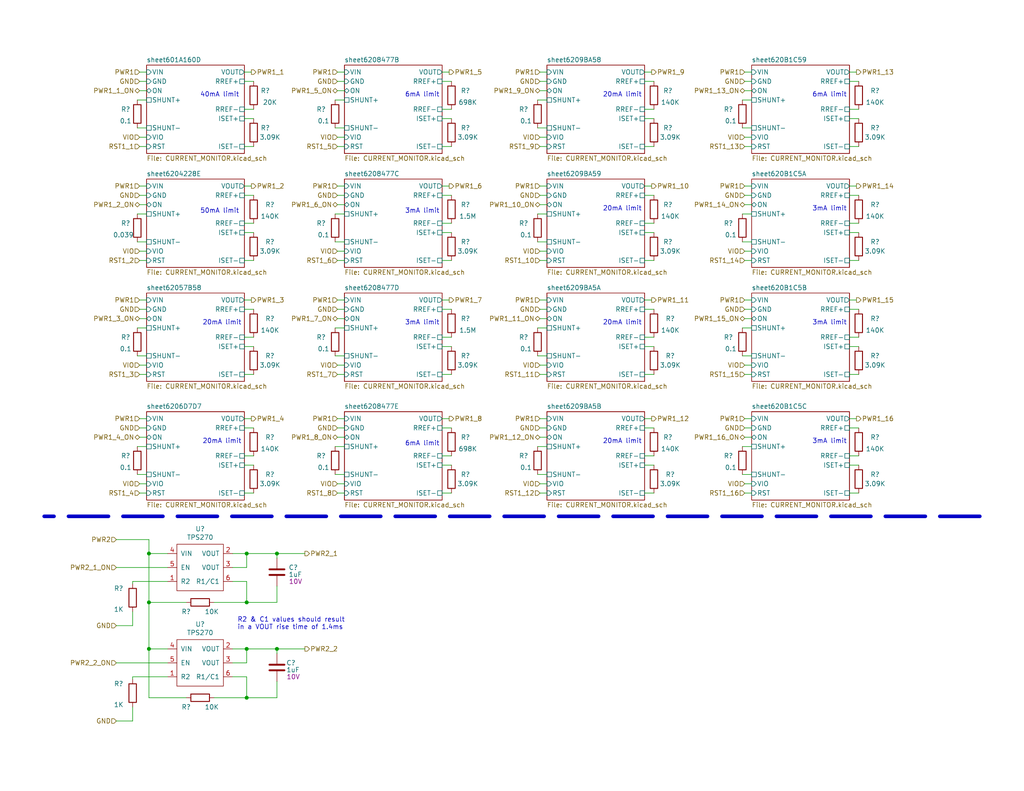
<source format=kicad_sch>
(kicad_sch (version 20231120) (generator "eeschema") (generator_version "8.0")
  (paper "A")
  (title_block (title "All Current Monitors") (date "2020-09-06"))
  (junction (at 40.64 164.465))
  (junction (at 75.565 151.13))
  (junction (at 40.64 151.13))
  (junction (at 67.31 177.165))
  (junction (at 67.31 151.13))
  (junction (at 67.31 164.465))
  (junction (at 40.64 177.165))
  (junction (at 75.565 177.165))
  (junction (at 67.31 190.5))
  (wire (pts (xy 38.1 119.38) (xy 40.005 119.38)))
  (wire (pts (xy 203.2 86.995) (xy 205.105 86.995)))
  (wire (pts (xy 175.895 63.5) (xy 178.435 63.5)))
  (wire (pts (xy 175.895 94.615) (xy 178.435 94.615)))
  (wire (pts (xy 205.105 121.92) (xy 202.565 121.92)))
  (wire (pts (xy 202.565 97.155) (xy 205.105 97.155)))
  (wire (pts (xy 75.565 177.165) (xy 83.185 177.165)))
  (wire (pts (xy 91.44 129.54) (xy 93.98 129.54)))
  (wire (pts (xy 149.225 89.535) (xy 146.685 89.535)))
  (wire (pts (xy 231.775 116.84) (xy 234.315 116.84)))
  (wire (pts (xy 120.65 40.005) (xy 123.19 40.005)))
  (wire (pts (xy 203.2 22.225) (xy 205.105 22.225)))
  (wire (pts (xy 120.65 92.075) (xy 123.19 92.075)))
  (wire (pts (xy 147.32 116.84) (xy 149.225 116.84)))
  (wire (pts (xy 175.895 32.385) (xy 178.435 32.385)))
  (wire (pts (xy 66.675 53.34) (xy 69.215 53.34)))
  (wire (pts (xy 67.31 151.13) (xy 75.565 151.13)))
  (wire (pts (xy 203.2 24.765) (xy 205.105 24.765)))
  (wire (pts (xy 40.64 177.165) (xy 40.64 190.5)))
  (wire (pts (xy 92.075 19.685) (xy 93.98 19.685)))
  (wire (pts (xy 177.8 50.8) (xy 175.895 50.8)))
  (wire (pts (xy 149.225 121.92) (xy 146.685 121.92)))
  (wire (pts (xy 75.565 151.13) (xy 83.185 151.13)))
  (wire (pts (xy 147.32 99.695) (xy 149.225 99.695)))
  (wire (pts (xy 67.31 190.5) (xy 75.565 190.5)))
  (wire (pts (xy 120.65 134.62) (xy 123.19 134.62)))
  (wire (pts (xy 205.105 27.305) (xy 202.565 27.305)))
  (wire (pts (xy 149.225 27.305) (xy 146.685 27.305)))
  (wire (pts (xy 67.31 154.94) (xy 63.5 154.94)))
  (wire (pts (xy 231.775 32.385) (xy 234.315 32.385)))
  (wire (pts (xy 38.1 116.84) (xy 40.005 116.84)))
  (wire (pts (xy 147.32 86.995) (xy 149.225 86.995)))
  (wire (pts (xy 92.075 53.34) (xy 93.98 53.34)))
  (wire (pts (xy 203.2 71.12) (xy 205.105 71.12)))
  (wire (pts (xy 231.775 92.075) (xy 234.315 92.075)))
  (wire (pts (xy 68.58 114.3) (xy 66.675 114.3)))
  (wire (pts (xy 38.1 24.765) (xy 40.005 24.765)))
  (wire (pts (xy 37.465 66.04) (xy 40.005 66.04)))
  (wire (pts (xy 147.32 68.58) (xy 149.225 68.58)))
  (wire (pts (xy 75.565 151.13) (xy 75.565 152.4)))
  (wire (pts (xy 36.195 193.04) (xy 36.195 196.85)))
  (wire (pts (xy 36.195 167.005) (xy 36.195 170.815)))
  (wire (pts (xy 147.32 37.465) (xy 149.225 37.465)))
  (wire (pts (xy 66.675 134.62) (xy 69.215 134.62)))
  (wire (pts (xy 66.675 102.235) (xy 69.215 102.235)))
  (wire (pts (xy 175.895 127) (xy 178.435 127)))
  (wire (pts (xy 38.1 40.005) (xy 40.005 40.005)))
  (wire (pts (xy 175.895 22.225) (xy 178.435 22.225)))
  (wire (pts (xy 120.65 29.845) (xy 123.19 29.845)))
  (wire (pts (xy 92.075 134.62) (xy 93.98 134.62)))
  (wire (pts (xy 203.2 119.38) (xy 205.105 119.38)))
  (wire (pts (xy 68.58 19.685) (xy 66.675 19.685)))
  (wire (pts (xy 67.31 190.5) (xy 67.31 184.785)))
  (wire (pts (xy 231.775 124.46) (xy 234.315 124.46)))
  (wire (pts (xy 120.65 94.615) (xy 123.19 94.615)))
  (wire (pts (xy 38.1 50.8) (xy 40.005 50.8)))
  (wire (pts (xy 92.075 81.915) (xy 93.98 81.915)))
  (wire (pts (xy 40.64 164.465) (xy 50.8 164.465)))
  (wire (pts (xy 40.005 27.305) (xy 37.465 27.305)))
  (wire (pts (xy 36.195 184.785) (xy 45.72 184.785)))
  (wire (pts (xy 147.32 24.765) (xy 149.225 24.765)))
  (wire (pts (xy 40.005 58.42) (xy 37.465 58.42)))
  (wire (pts (xy 175.895 134.62) (xy 178.435 134.62)))
  (wire (pts (xy 203.2 37.465) (xy 205.105 37.465)))
  (wire (pts (xy 175.895 124.46) (xy 178.435 124.46)))
  (wire (pts (xy 175.895 40.005) (xy 178.435 40.005)))
  (wire (pts (xy 202.565 66.04) (xy 205.105 66.04)))
  (wire (pts (xy 203.2 132.08) (xy 205.105 132.08)))
  (wire (pts (xy 31.75 147.32) (xy 40.64 147.32)))
  (wire (pts (xy 66.675 127) (xy 69.215 127)))
  (wire (pts (xy 66.675 29.845) (xy 69.215 29.845)))
  (wire (pts (xy 92.075 102.235) (xy 93.98 102.235)))
  (wire (pts (xy 38.1 81.915) (xy 40.005 81.915)))
  (wire (pts (xy 63.5 151.13) (xy 67.31 151.13)))
  (wire (pts (xy 40.64 177.165) (xy 45.72 177.165)))
  (wire (pts (xy 175.895 29.845) (xy 178.435 29.845)))
  (wire (pts (xy 233.68 81.915) (xy 231.775 81.915)))
  (wire (pts (xy 92.075 119.38) (xy 93.98 119.38)))
  (wire (pts (xy 67.31 164.465) (xy 67.31 158.75)))
  (wire (pts (xy 203.2 68.58) (xy 205.105 68.58)))
  (wire (pts (xy 91.44 66.04) (xy 93.98 66.04)))
  (wire (pts (xy 67.31 184.785) (xy 63.5 184.785)))
  (wire (pts (xy 233.68 114.3) (xy 231.775 114.3)))
  (wire (pts (xy 31.75 180.975) (xy 45.72 180.975)))
  (wire (pts (xy 66.675 40.005) (xy 69.215 40.005)))
  (wire (pts (xy 75.565 177.165) (xy 75.565 178.435)))
  (wire (pts (xy 175.895 116.84) (xy 178.435 116.84)))
  (wire (pts (xy 92.075 55.88) (xy 93.98 55.88)))
  (wire (pts (xy 67.31 164.465) (xy 75.565 164.465)))
  (wire (pts (xy 203.2 102.235) (xy 205.105 102.235)))
  (wire (pts (xy 231.775 127) (xy 234.315 127)))
  (wire (pts (xy 231.775 102.235) (xy 234.315 102.235)))
  (wire (pts (xy 120.65 53.34) (xy 123.19 53.34)))
  (wire (pts (xy 91.44 97.155) (xy 93.98 97.155)))
  (wire (pts (xy 31.75 154.94) (xy 45.72 154.94)))
  (polyline (pts (xy 267.335 140.97) (xy 12.065 140.97)) (stroke (width 0.9906) (type dash)))
  (wire (pts (xy 233.68 19.685) (xy 231.775 19.685)))
  (wire (pts (xy 147.32 134.62) (xy 149.225 134.62)))
  (wire (pts (xy 92.075 132.08) (xy 93.98 132.08)))
  (wire (pts (xy 38.1 99.695) (xy 40.005 99.695)))
  (wire (pts (xy 122.555 114.3) (xy 120.65 114.3)))
  (wire (pts (xy 120.65 124.46) (xy 123.19 124.46)))
  (wire (pts (xy 92.075 22.225) (xy 93.98 22.225)))
  (wire (pts (xy 91.44 34.925) (xy 93.98 34.925)))
  (wire (pts (xy 66.675 92.075) (xy 69.215 92.075)))
  (wire (pts (xy 203.2 53.34) (xy 205.105 53.34)))
  (wire (pts (xy 231.775 134.62) (xy 234.315 134.62)))
  (wire (pts (xy 146.685 66.04) (xy 149.225 66.04)))
  (wire (pts (xy 203.2 19.685) (xy 205.105 19.685)))
  (wire (pts (xy 231.775 94.615) (xy 234.315 94.615)))
  (wire (pts (xy 120.65 63.5) (xy 123.19 63.5)))
  (wire (pts (xy 231.775 71.12) (xy 234.315 71.12)))
  (wire (pts (xy 38.1 84.455) (xy 40.005 84.455)))
  (wire (pts (xy 66.675 94.615) (xy 69.215 94.615)))
  (wire (pts (xy 205.105 58.42) (xy 202.565 58.42)))
  (wire (pts (xy 66.675 22.225) (xy 69.215 22.225)))
  (wire (pts (xy 120.65 22.225) (xy 123.19 22.225)))
  (wire (pts (xy 38.1 55.88) (xy 40.005 55.88)))
  (wire (pts (xy 40.64 190.5) (xy 50.8 190.5)))
  (wire (pts (xy 66.675 60.96) (xy 69.215 60.96)))
  (wire (pts (xy 92.075 37.465) (xy 93.98 37.465)))
  (wire (pts (xy 231.775 40.005) (xy 234.315 40.005)))
  (wire (pts (xy 66.675 71.12) (xy 69.215 71.12)))
  (wire (pts (xy 66.675 84.455) (xy 69.215 84.455)))
  (wire (pts (xy 93.98 58.42) (xy 91.44 58.42)))
  (wire (pts (xy 120.65 32.385) (xy 123.19 32.385)))
  (wire (pts (xy 175.895 53.34) (xy 178.435 53.34)))
  (wire (pts (xy 92.075 68.58) (xy 93.98 68.58)))
  (wire (pts (xy 203.2 55.88) (xy 205.105 55.88)))
  (wire (pts (xy 92.075 116.84) (xy 93.98 116.84)))
  (wire (pts (xy 147.32 19.685) (xy 149.225 19.685)))
  (wire (pts (xy 38.1 132.08) (xy 40.005 132.08)))
  (wire (pts (xy 37.465 97.155) (xy 40.005 97.155)))
  (wire (pts (xy 231.775 29.845) (xy 234.315 29.845)))
  (wire (pts (xy 38.1 114.3) (xy 40.005 114.3)))
  (wire (pts (xy 92.075 40.005) (xy 93.98 40.005)))
  (wire (pts (xy 92.075 86.995) (xy 93.98 86.995)))
  (wire (pts (xy 40.005 121.92) (xy 37.465 121.92)))
  (wire (pts (xy 93.98 27.305) (xy 91.44 27.305)))
  (wire (pts (xy 67.31 177.165) (xy 75.565 177.165)))
  (wire (pts (xy 146.685 34.925) (xy 149.225 34.925)))
  (wire (pts (xy 67.31 158.75) (xy 63.5 158.75)))
  (wire (pts (xy 92.075 114.3) (xy 93.98 114.3)))
  (wire (pts (xy 177.8 114.3) (xy 175.895 114.3)))
  (wire (pts (xy 75.565 190.5) (xy 75.565 186.055)))
  (wire (pts (xy 122.555 19.685) (xy 120.65 19.685)))
  (wire (pts (xy 122.555 81.915) (xy 120.65 81.915)))
  (wire (pts (xy 37.465 129.54) (xy 40.005 129.54)))
  (wire (pts (xy 38.1 19.685) (xy 40.005 19.685)))
  (wire (pts (xy 68.58 81.915) (xy 66.675 81.915)))
  (wire (pts (xy 202.565 34.925) (xy 205.105 34.925)))
  (wire (pts (xy 38.1 86.995) (xy 40.005 86.995)))
  (wire (pts (xy 120.65 127) (xy 123.19 127)))
  (wire (pts (xy 63.5 177.165) (xy 67.31 177.165)))
  (wire (pts (xy 203.2 134.62) (xy 205.105 134.62)))
  (wire (pts (xy 231.775 22.225) (xy 234.315 22.225)))
  (wire (pts (xy 120.65 84.455) (xy 123.19 84.455)))
  (wire (pts (xy 38.1 71.12) (xy 40.005 71.12)))
  (wire (pts (xy 175.895 60.96) (xy 178.435 60.96)))
  (wire (pts (xy 231.775 63.5) (xy 234.315 63.5)))
  (wire (pts (xy 36.195 159.385) (xy 36.195 158.75)))
  (wire (pts (xy 175.895 102.235) (xy 178.435 102.235)))
  (wire (pts (xy 58.42 164.465) (xy 67.31 164.465)))
  (wire (pts (xy 92.075 50.8) (xy 93.98 50.8)))
  (wire (pts (xy 203.2 99.695) (xy 205.105 99.695)))
  (wire (pts (xy 92.075 71.12) (xy 93.98 71.12)))
  (wire (pts (xy 175.895 92.075) (xy 178.435 92.075)))
  (wire (pts (xy 38.1 68.58) (xy 40.005 68.58)))
  (wire (pts (xy 146.685 129.54) (xy 149.225 129.54)))
  (wire (pts (xy 147.32 71.12) (xy 149.225 71.12)))
  (wire (pts (xy 67.31 151.13) (xy 67.31 154.94)))
  (wire (pts (xy 40.64 151.13) (xy 40.64 164.465)))
  (wire (pts (xy 175.895 84.455) (xy 178.435 84.455)))
  (wire (pts (xy 66.675 116.84) (xy 69.215 116.84)))
  (wire (pts (xy 202.565 129.54) (xy 205.105 129.54)))
  (wire (pts (xy 40.64 151.13) (xy 45.72 151.13)))
  (wire (pts (xy 147.32 55.88) (xy 149.225 55.88)))
  (wire (pts (xy 177.8 81.915) (xy 175.895 81.915)))
  (wire (pts (xy 92.075 84.455) (xy 93.98 84.455)))
  (wire (pts (xy 66.675 32.385) (xy 69.215 32.385)))
  (wire (pts (xy 66.675 63.5) (xy 69.215 63.5)))
  (wire (pts (xy 122.555 50.8) (xy 120.65 50.8)))
  (wire (pts (xy 120.65 116.84) (xy 123.19 116.84)))
  (wire (pts (xy 67.31 180.975) (xy 63.5 180.975)))
  (wire (pts (xy 67.31 177.165) (xy 67.31 180.975)))
  (wire (pts (xy 36.195 158.75) (xy 45.72 158.75)))
  (wire (pts (xy 120.65 60.96) (xy 123.19 60.96)))
  (wire (pts (xy 37.465 34.925) (xy 40.005 34.925)))
  (wire (pts (xy 120.65 102.235) (xy 123.19 102.235)))
  (wire (pts (xy 38.1 102.235) (xy 40.005 102.235)))
  (wire (pts (xy 205.105 89.535) (xy 202.565 89.535)))
  (wire (pts (xy 203.2 81.915) (xy 205.105 81.915)))
  (wire (pts (xy 31.75 170.815) (xy 36.195 170.815)))
  (wire (pts (xy 40.64 164.465) (xy 40.64 177.165)))
  (wire (pts (xy 203.2 116.84) (xy 205.105 116.84)))
  (wire (pts (xy 147.32 114.3) (xy 149.225 114.3)))
  (wire (pts (xy 75.565 164.465) (xy 75.565 160.02)))
  (wire (pts (xy 147.32 132.08) (xy 149.225 132.08)))
  (wire (pts (xy 92.075 24.765) (xy 93.98 24.765)))
  (wire (pts (xy 147.32 84.455) (xy 149.225 84.455)))
  (wire (pts (xy 147.32 53.34) (xy 149.225 53.34)))
  (wire (pts (xy 68.58 50.8) (xy 66.675 50.8)))
  (wire (pts (xy 231.775 53.34) (xy 234.315 53.34)))
  (wire (pts (xy 233.68 50.8) (xy 231.775 50.8)))
  (wire (pts (xy 58.42 190.5) (xy 67.31 190.5)))
  (wire (pts (xy 38.1 53.34) (xy 40.005 53.34)))
  (wire (pts (xy 175.895 71.12) (xy 178.435 71.12)))
  (wire (pts (xy 31.75 196.85) (xy 36.195 196.85)))
  (wire (pts (xy 120.65 71.12) (xy 123.19 71.12)))
  (wire (pts (xy 146.685 97.155) (xy 149.225 97.155)))
  (wire (pts (xy 147.32 22.225) (xy 149.225 22.225)))
  (wire (pts (xy 92.075 99.695) (xy 93.98 99.695)))
  (wire (pts (xy 38.1 37.465) (xy 40.005 37.465)))
  (wire (pts (xy 147.32 40.005) (xy 149.225 40.005)))
  (wire (pts (xy 203.2 114.3) (xy 205.105 114.3)))
  (wire (pts (xy 38.1 134.62) (xy 40.005 134.62)))
  (wire (pts (xy 36.195 185.42) (xy 36.195 184.785)))
  (wire (pts (xy 149.225 58.42) (xy 146.685 58.42)))
  (wire (pts (xy 203.2 50.8) (xy 205.105 50.8)))
  (wire (pts (xy 231.775 84.455) (xy 234.315 84.455)))
  (wire (pts (xy 147.32 119.38) (xy 149.225 119.38)))
  (wire (pts (xy 147.32 102.235) (xy 149.225 102.235)))
  (wire (pts (xy 38.1 22.225) (xy 40.005 22.225)))
  (wire (pts (xy 147.32 50.8) (xy 149.225 50.8)))
  (wire (pts (xy 177.8 19.685) (xy 175.895 19.685)))
  (wire (pts (xy 93.98 121.92) (xy 91.44 121.92)))
  (wire (pts (xy 40.005 89.535) (xy 37.465 89.535)))
  (wire (pts (xy 93.98 89.535) (xy 91.44 89.535)))
  (wire (pts (xy 203.2 84.455) (xy 205.105 84.455)))
  (wire (pts (xy 40.64 147.32) (xy 40.64 151.13)))
  (wire (pts (xy 66.675 124.46) (xy 69.215 124.46)))
  (wire (pts (xy 203.2 40.005) (xy 205.105 40.005)))
  (wire (pts (xy 147.32 81.915) (xy 149.225 81.915)))
  (wire (pts (xy 231.775 60.96) (xy 234.315 60.96)))
  (text "40mA limit" (at 54.61 26.67 0) (effects (font (size 1.27 1.27)) (justify left bottom)))
  (text "20mA limit" (at 55.245 121.285 0) (effects (font (size 1.27 1.27)) (justify left bottom)))
  (text "20mA limit" (at 55.245 88.9 0) (effects (font (size 1.27 1.27)) (justify left bottom)))
  (text "3mA limit" (at 221.615 88.9 0) (effects (font (size 1.27 1.27)) (justify left bottom)))
  (text "3mA limit" (at 221.615 121.285 0) (effects (font (size 1.27 1.27)) (justify left bottom)))
  (text "3mA limit" (at 110.49 88.9 0) (effects (font (size 1.27 1.27)) (justify left bottom)))
  (text "50mA limit" (at 54.61 58.42 0) (effects (font (size 1.27 1.27)) (justify left bottom)))
  (text "6mA limit" (at 110.49 26.67 0) (effects (font (size 1.27 1.27)) (justify left bottom)))
  (text "3mA limit" (at 110.49 58.42 0) (effects (font (size 1.27 1.27)) (justify left bottom)))
  (text "6mA limit" (at 110.49 121.92 0) (effects (font (size 1.27 1.27)) (justify left bottom)))
  (text "20mA limit" (at 164.465 121.285 0) (effects (font (size 1.27 1.27)) (justify left bottom)))
  (text "20mA limit" (at 164.465 57.785 0) (effects (font (size 1.27 1.27)) (justify left bottom)))
  (text "20mA limit" (at 164.465 88.9 0) (effects (font (size 1.27 1.27)) (justify left bottom)))
  (text "6mA limit" (at 221.615 26.67 0) (effects (font (size 1.27 1.27)) (justify left bottom)))
  (text "R2 & C1 values should result\nin a VOUT rise time of 1.4ms" (at 64.77 172.085 0) (effects (font (size 1.27 1.27)) (justify left bottom)))
  (text "3mA limit" (at 221.615 57.785 0) (effects (font (size 1.27 1.27)) (justify left bottom)))
  (text "20mA limit" (at 164.465 26.67 0) (effects (font (size 1.27 1.27)) (justify left bottom)))
  (hierarchical_label "PWR1_13" (shape output) (at 233.68 19.685 0))
  (hierarchical_label "PWR1_7_ON" (shape bidirectional) (at 92.075 86.995 180))
  (hierarchical_label "PWR1_15_ON" (shape bidirectional) (at 203.2 86.995 180))
  (hierarchical_label "PWR1_4_ON" (shape bidirectional) (at 38.1 119.38 180))
  (hierarchical_label "GND" (shape input) (at 203.2 84.455 180))
  (hierarchical_label "GND" (shape input) (at 147.32 116.84 180))
  (hierarchical_label "PWR1_11_ON" (shape bidirectional) (at 147.32 86.995 180))
  (hierarchical_label "RST1_1" (shape input) (at 38.1 40.005 180))
  (hierarchical_label "RST1_7" (shape input) (at 92.075 102.235 180))
  (hierarchical_label "PWR1_16" (shape output) (at 233.68 114.3 0))
  (hierarchical_label "VIO" (shape input) (at 203.2 132.08 180))
  (hierarchical_label "PWR1" (shape input) (at 203.2 81.915 180))
  (hierarchical_label "GND" (shape input) (at 147.32 84.455 180))
  (hierarchical_label "PWR1_4" (shape output) (at 68.58 114.3 0))
  (hierarchical_label "RST1_6" (shape input) (at 92.075 71.12 180))
  (hierarchical_label "GND" (shape input) (at 92.075 53.34 180))
  (hierarchical_label "PWR1_6_ON" (shape bidirectional) (at 92.075 55.88 180))
  (hierarchical_label "PWR1" (shape input) (at 147.32 114.3 180))
  (hierarchical_label "VIO" (shape input) (at 147.32 37.465 180))
  (hierarchical_label "GND" (shape input) (at 92.075 84.455 180))
  (hierarchical_label "PWR2_1_ON" (shape input) (at 31.75 154.94 180))
  (hierarchical_label "VIO" (shape input) (at 203.2 37.465 180))
  (hierarchical_label "PWR1_6" (shape output) (at 122.555 50.8 0))
  (hierarchical_label "RST1_4" (shape input) (at 38.1 134.62 180))
  (hierarchical_label "PWR1" (shape input) (at 203.2 114.3 180))
  (hierarchical_label "PWR1" (shape input) (at 147.32 19.685 180))
  (hierarchical_label "PWR1_14" (shape output) (at 233.68 50.8 0))
  (hierarchical_label "PWR1_8_ON" (shape bidirectional) (at 92.075 119.38 180))
  (hierarchical_label "PWR1" (shape input) (at 203.2 19.685 180))
  (hierarchical_label "PWR1_1" (shape output) (at 68.58 19.685 0))
  (hierarchical_label "GND" (shape input) (at 31.75 170.815 180))
  (hierarchical_label "RST1_3" (shape input) (at 38.1 102.235 180))
  (hierarchical_label "GND" (shape input) (at 38.1 22.225 180))
  (hierarchical_label "PWR1" (shape input) (at 38.1 19.685 180))
  (hierarchical_label "RST1_5" (shape input) (at 92.075 40.005 180))
  (hierarchical_label "GND" (shape input) (at 203.2 22.225 180))
  (hierarchical_label "VIO" (shape input) (at 38.1 37.465 180))
  (hierarchical_label "PWR1_9_ON" (shape bidirectional) (at 147.32 24.765 180))
  (hierarchical_label "GND" (shape input) (at 38.1 53.34 180))
  (hierarchical_label "GND" (shape input) (at 38.1 116.84 180))
  (hierarchical_label "PWR1_5_ON" (shape bidirectional) (at 92.075 24.765 180))
  (hierarchical_label "RST1_9" (shape input) (at 147.32 40.005 180))
  (hierarchical_label "VIO" (shape input) (at 92.075 68.58 180))
  (hierarchical_label "RST1_11" (shape input) (at 147.32 102.235 180))
  (hierarchical_label "VIO" (shape input) (at 203.2 99.695 180))
  (hierarchical_label "PWR1" (shape input) (at 92.075 50.8 180))
  (hierarchical_label "GND" (shape input) (at 147.32 22.225 180))
  (hierarchical_label "VIO" (shape input) (at 38.1 99.695 180))
  (hierarchical_label "GND" (shape input) (at 92.075 116.84 180))
  (hierarchical_label "RST1_13" (shape input) (at 203.2 40.005 180))
  (hierarchical_label "VIO" (shape input) (at 92.075 99.695 180))
  (hierarchical_label "PWR2" (shape input) (at 31.75 147.32 180))
  (hierarchical_label "VIO" (shape input) (at 147.32 99.695 180))
  (hierarchical_label "GND" (shape input) (at 38.1 84.455 180))
  (hierarchical_label "PWR1" (shape input) (at 147.32 81.915 180))
  (hierarchical_label "RST1_15" (shape input) (at 203.2 102.235 180))
  (hierarchical_label "PWR1_10_ON" (shape bidirectional) (at 147.32 55.88 180))
  (hierarchical_label "PWR1_2" (shape output) (at 68.58 50.8 0))
  (hierarchical_label "PWR1_15" (shape output) (at 233.68 81.915 0))
  (hierarchical_label "PWR1" (shape input) (at 38.1 81.915 180))
  (hierarchical_label "VIO" (shape input) (at 92.075 37.465 180))
  (hierarchical_label "GND" (shape input) (at 147.32 53.34 180))
  (hierarchical_label "PWR1" (shape input) (at 92.075 114.3 180))
  (hierarchical_label "PWR1_3" (shape output) (at 68.58 81.915 0))
  (hierarchical_label "VIO" (shape input) (at 203.2 68.58 180))
  (hierarchical_label "PWR1" (shape input) (at 92.075 81.915 180))
  (hierarchical_label "PWR1_5" (shape output) (at 122.555 19.685 0))
  (hierarchical_label "GND" (shape input) (at 92.075 22.225 180))
  (hierarchical_label "PWR1_12_ON" (shape bidirectional) (at 147.32 119.38 180))
  (hierarchical_label "RST1_10" (shape input) (at 147.32 71.12 180))
  (hierarchical_label "RST1_16" (shape input) (at 203.2 134.62 180))
  (hierarchical_label "PWR1_16_ON" (shape bidirectional) (at 203.2 119.38 180))
  (hierarchical_label "PWR1" (shape input) (at 38.1 114.3 180))
  (hierarchical_label "PWR1_8" (shape output) (at 122.555 114.3 0))
  (hierarchical_label "PWR1_3_ON" (shape bidirectional) (at 38.1 86.995 180))
  (hierarchical_label "RST1_14" (shape input) (at 203.2 71.12 180))
  (hierarchical_label "GND" (shape input) (at 203.2 53.34 180))
  (hierarchical_label "PWR1" (shape input) (at 38.1 50.8 180))
  (hierarchical_label "PWR2_1" (shape output) (at 83.185 151.13 0))
  (hierarchical_label "PWR1_9" (shape output) (at 177.8 19.685 0))
  (hierarchical_label "GND" (shape input) (at 203.2 116.84 180))
  (hierarchical_label "PWR2_2" (shape output) (at 83.185 177.165 0))
  (hierarchical_label "VIO" (shape input) (at 147.32 132.08 180))
  (hierarchical_label "PWR1_12" (shape output) (at 177.8 114.3 0))
  (hierarchical_label "PWR1" (shape input) (at 92.075 19.685 180))
  (hierarchical_label "VIO" (shape input) (at 147.32 68.58 180))
  (hierarchical_label "PWR1" (shape input) (at 203.2 50.8 180))
  (hierarchical_label "GND" (shape input) (at 31.75 196.85 180))
  (hierarchical_label "RST1_2" (shape input) (at 38.1 71.12 180))
  (hierarchical_label "PWR1_14_ON" (shape bidirectional) (at 203.2 55.88 180))
  (hierarchical_label "PWR2_2_ON" (shape input) (at 31.75 180.975 180))
  (hierarchical_label "PWR1_11" (shape output) (at 177.8 81.915 0))
  (hierarchical_label "VIO" (shape input) (at 92.075 132.08 180))
  (hierarchical_label "PWR1_2_ON" (shape bidirectional) (at 38.1 55.88 180))
  (hierarchical_label "VIO" (shape input) (at 38.1 68.58 180))
  (hierarchical_label "PWR1_7" (shape output) (at 122.555 81.915 0))
  (hierarchical_label "RST1_8" (shape input) (at 92.075 134.62 180))
  (hierarchical_label "PWR1_1_ON" (shape bidirectional) (at 38.1 24.765 180))
  (hierarchical_label "PWR1" (shape input) (at 147.32 50.8 180))
  (hierarchical_label "PWR1_13_ON" (shape bidirectional) (at 203.2 24.765 180))
  (hierarchical_label "VIO" (shape input) (at 38.1 132.08 180))
  (hierarchical_label "PWR1_10" (shape output) (at 177.8 50.8 0))
  (hierarchical_label "RST1_12" (shape input) (at 147.32 134.62 180))
  (symbol (lib_id "Device:R") (at 123.19 88.265 180) (unit 1)
    (property "Reference" "R?" (at 127 86.995 0))
    (property "Value" "1.5M" (at 127.635 90.17 0))
    (property "Footprint" "Resistor_SMD:R_0603_1608Metric_Pad1.05x0.95mm_HandSolder" (effects (hide yes)))
    (property "Mfr. #" "RC0603FR-071M5L" (effects (hide yes)))
    (property "Order" "https://www.digikey.com/en/products/detail/yageo/RC0603FR-071M5L/726865" (effects (hide yes)))
    (instances (project "" (path "" (reference "R?") (unit 1)) (path "" (reference "R?") (unit 1)) (path "" (reference "R115") (unit 1))))
  )
  (symbol (lib_id "Device:R") (at 123.19 120.65 180) (unit 1)
    (property "Reference" "R?" (at 127 119.38 0))
    (property "Value" "698K" (at 127.635 122.555 0))
    (property "Footprint" "Resistor_SMD:R_0603_1608Metric_Pad1.05x0.95mm_HandSolder" (effects (hide yes)))
    (property "Mfr. #" "RMCF0603FT698K" (effects (hide yes)))
    (property "Order" "https://www.digikey.com/en/products/detail/stackpole-electronics-inc/RMCF0603FT698K/1760941" (effects (hide yes)))
    (instances (project "" (path "" (reference "R?") (unit 1)) (path "" (reference "R?") (unit 1)) (path "" (reference "R117") (unit 1))))
  )
  (symbol (lib_id "Device:R") (at 37.465 31.115 180) (unit 1)
    (property "Reference" "R?" (at 34.29 29.845 0))
    (property "Value" "0.1" (at 34.29 33.02 0))
    (property "Footprint" "Resistor_SMD:R_0603_1608Metric_Pad1.05x0.95mm_HandSolder" (effects (hide yes)))
    (property "Mfr. #" "ERJ-3RSFR10V" (effects (hide yes)))
    (property "Order" "https://www.digikey.com/product-detail/en/panasonic-electronic-components/ERJ-3RSFR10V/P-10AJCT-ND/308098" (effects (hide yes)))
    (instances (project "" (path "" (reference "R?") (unit 1)) (path "" (reference "R?") (unit 1)) (path "" (reference "R93") (unit 1))))
  )
  (symbol (lib_id "Device:R") (at 69.215 26.035 180) (unit 1)
    (property "Reference" "R?" (at 72.39 24.765 0))
    (property "Value" "20K" (at 73.66 27.94 0))
    (property "Footprint" "Resistor_SMD:R_0603_1608Metric_Pad1.05x0.95mm_HandSolder" (effects (hide yes)))
    (property "Mfr. #" "RMCF0603FT20K0" (effects (hide yes)))
    (property "Order" "https://www.digikey.com/en/products/detail/stackpole-electronics-inc/RMCF0603FT20K0/1760829" (effects (hide yes)))
    (instances (project "" (path "" (reference "R?") (unit 1)) (path "" (reference "R?") (unit 1)) (path "" (reference "R99") (unit 1))))
  )
  (symbol (lib_id "Device:R") (at 69.215 36.195 180) (unit 1)
    (property "Reference" "R?" (at 72.39 34.925 0))
    (property "Value" "3.09K" (at 73.66 37.465 0))
    (property "Footprint" "Resistor_SMD:R_0603_1608Metric_Pad1.05x0.95mm_HandSolder" (effects (hide yes)))
    (property "Mfr. #" "RMCF0603FT3K09" (effects (hide yes)))
    (property "Order" "https://www.digikey.com/en/products/detail/stackpole-electronics-inc/RMCF0603FT3K09/1761340" (effects (hide yes)))
    (instances (project "" (path "" (reference "R?") (unit 1)) (path "" (reference "R?") (unit 1)) (path "" (reference "R100") (unit 1))))
  )
  (symbol (lib_id "Device:R") (at 37.465 62.23 180) (unit 1)
    (property "Reference" "R?" (at 34.29 60.96 0))
    (property "Value" "0.039" (at 33.655 64.135 0))
    (property "Footprint" "Resistor_SMD:R_0603_1608Metric_Pad1.05x0.95mm_HandSolder" (effects (hide yes)))
    (property "Mfr. #" "ERJ-3BWFR039V" (effects (hide yes)))
    (property "Order" "https://www.digikey.com/en/products/detail/panasonic-electronic-components/ERJ-3BWFR039V/5647502" (effects (hide yes)))
    (instances (project "" (path "" (reference "R?") (unit 1)) (path "" (reference "R?") (unit 1)) (path "" (reference "R94") (unit 1))))
  )
  (symbol (lib_id "Device:R") (at 69.215 57.15 180) (unit 1)
    (property "Reference" "R?" (at 73.66 55.88 0))
    (property "Value" "140K" (at 73.66 59.055 0))
    (property "Footprint" "Resistor_SMD:R_0603_1608Metric_Pad1.05x0.95mm_HandSolder" (effects (hide yes)))
    (property "Mfr. #" "RK73H1JTTD1403F" (effects (hide yes)))
    (property "Order" "https://www.digikey.com/en/products/detail/koa-speer-electronics-inc/RK73H1JTTD1403F/9845164" (effects (hide yes)))
    (instances (project "" (path "" (reference "R?") (unit 1)) (path "" (reference "R?") (unit 1)) (path "" (reference "R101") (unit 1))))
  )
  (symbol (lib_id "Device:R") (at 69.215 67.31 180) (unit 1)
    (property "Reference" "R?" (at 73.66 66.04 0))
    (property "Value" "3.09K" (at 73.66 68.58 0))
    (property "Footprint" "Resistor_SMD:R_0603_1608Metric_Pad1.05x0.95mm_HandSolder" (effects (hide yes)))
    (property "Mfr. #" "RMCF0603FT3K09" (effects (hide yes)))
    (property "Order" "https://www.digikey.com/en/products/detail/stackpole-electronics-inc/RMCF0603FT3K09/1761340" (effects (hide yes)))
    (instances (project "" (path "" (reference "R?") (unit 1)) (path "" (reference "R?") (unit 1)) (path "" (reference "R102") (unit 1))))
  )
  (symbol (lib_id "Device:R") (at 37.465 93.345 180) (unit 1)
    (property "Reference" "R?" (at 34.29 92.075 0))
    (property "Value" "0.1" (at 34.29 95.25 0))
    (property "Footprint" "Resistor_SMD:R_0603_1608Metric_Pad1.05x0.95mm_HandSolder" (effects (hide yes)))
    (property "Mfr. #" "ERJ-3RSFR10V" (effects (hide yes)))
    (property "Order" "https://www.digikey.com/product-detail/en/panasonic-electronic-components/ERJ-3RSFR10V/P-10AJCT-ND/308098" (effects (hide yes)))
    (instances (project "" (path "" (reference "R?") (unit 1)) (path "" (reference "R?") (unit 1)) (path "" (reference "R95") (unit 1))))
  )
  (symbol (lib_id "Device:R") (at 69.215 88.265 180) (unit 1)
    (property "Reference" "R?" (at 73.66 86.995 0))
    (property "Value" "140K" (at 73.66 90.17 0))
    (property "Footprint" "Resistor_SMD:R_0603_1608Metric_Pad1.05x0.95mm_HandSolder" (effects (hide yes)))
    (property "Mfr. #" "RK73H1JTTD1403F" (effects (hide yes)))
    (property "Order" "https://www.digikey.com/en/products/detail/koa-speer-electronics-inc/RK73H1JTTD1403F/9845164" (effects (hide yes)))
    (instances (project "" (path "" (reference "R?") (unit 1)) (path "" (reference "R?") (unit 1)) (path "" (reference "R103") (unit 1))))
  )
  (symbol (lib_id "Device:R") (at 69.215 98.425 180) (unit 1)
    (property "Reference" "R?" (at 73.66 97.155 0))
    (property "Value" "3.09K" (at 73.66 99.695 0))
    (property "Footprint" "Resistor_SMD:R_0603_1608Metric_Pad1.05x0.95mm_HandSolder" (effects (hide yes)))
    (property "Mfr. #" "RMCF0603FT3K09" (effects (hide yes)))
    (property "Order" "https://www.digikey.com/en/products/detail/stackpole-electronics-inc/RMCF0603FT3K09/1761340" (effects (hide yes)))
    (instances (project "" (path "" (reference "R?") (unit 1)) (path "" (reference "R?") (unit 1)) (path "" (reference "R104") (unit 1))))
  )
  (symbol (lib_id "Device:R") (at 37.465 125.73 180) (unit 1)
    (property "Reference" "R?" (at 34.29 124.46 0))
    (property "Value" "0.1" (at 34.29 127.635 0))
    (property "Footprint" "Resistor_SMD:R_0603_1608Metric_Pad1.05x0.95mm_HandSolder" (effects (hide yes)))
    (property "Mfr. #" "ERJ-3RSFR10V" (effects (hide yes)))
    (property "Order" "https://www.digikey.com/product-detail/en/panasonic-electronic-components/ERJ-3RSFR10V/P-10AJCT-ND/308098" (effects (hide yes)))
    (instances (project "" (path "" (reference "R?") (unit 1)) (path "" (reference "R?") (unit 1)) (path "" (reference "R96") (unit 1))))
  )
  (symbol (lib_id "Device:R") (at 69.215 120.65 180) (unit 1)
    (property "Reference" "R?" (at 73.66 119.38 0))
    (property "Value" "140K" (at 73.66 122.555 0))
    (property "Footprint" "Resistor_SMD:R_0603_1608Metric_Pad1.05x0.95mm_HandSolder" (effects (hide yes)))
    (property "Mfr. #" "RK73H1JTTD1403F" (effects (hide yes)))
    (property "Order" "https://www.digikey.com/en/products/detail/koa-speer-electronics-inc/RK73H1JTTD1403F/9845164" (effects (hide yes)))
    (instances (project "" (path "" (reference "R?") (unit 1)) (path "" (reference "R?") (unit 1)) (path "" (reference "R105") (unit 1))))
  )
  (symbol (lib_id "Device:R") (at 69.215 130.81 180) (unit 1)
    (property "Reference" "R?" (at 73.66 129.54 0))
    (property "Value" "3.09K" (at 73.66 132.08 0))
    (property "Footprint" "Resistor_SMD:R_0603_1608Metric_Pad1.05x0.95mm_HandSolder" (effects (hide yes)))
    (property "Mfr. #" "RMCF0603FT3K09" (effects (hide yes)))
    (property "Order" "https://www.digikey.com/en/products/detail/stackpole-electronics-inc/RMCF0603FT3K09/1761340" (effects (hide yes)))
    (instances (project "" (path "" (reference "R?") (unit 1)) (path "" (reference "R?") (unit 1)) (path "" (reference "R106") (unit 1))))
  )
  (symbol (lib_id "Device:R") (at 91.44 31.115 180) (unit 1)
    (property "Reference" "R?" (at 87.63 29.845 0))
    (property "Value" "0.1" (at 88.265 33.02 0))
    (property "Footprint" "Resistor_SMD:R_0603_1608Metric_Pad1.05x0.95mm_HandSolder" (effects (hide yes)))
    (property "Mfr. #" "ERJ-3RSFR10V" (effects (hide yes)))
    (property "Order" "https://www.digikey.com/product-detail/en/panasonic-electronic-components/ERJ-3RSFR10V/P-10AJCT-ND/308098" (effects (hide yes)))
    (instances (project "" (path "" (reference "R?") (unit 1)) (path "" (reference "R?") (unit 1)) (path "" (reference "R107") (unit 1))))
  )
  (symbol (lib_id "Device:R") (at 123.19 26.035 180) (unit 1)
    (property "Reference" "R?" (at 127 24.765 0))
    (property "Value" "698K" (at 127.635 27.94 0))
    (property "Footprint" "Resistor_SMD:R_0603_1608Metric_Pad1.05x0.95mm_HandSolder" (effects (hide yes)))
    (property "Mfr. #" "RMCF0603FT698K" (effects (hide yes)))
    (property "Order" "https://www.digikey.com/en/products/detail/stackpole-electronics-inc/RMCF0603FT698K/1760941" (effects (hide yes)))
    (instances (project "" (path "" (reference "R?") (unit 1)) (path "" (reference "R?") (unit 1)) (path "" (reference "R111") (unit 1))))
  )
  (symbol (lib_id "Device:R") (at 123.19 36.195 180) (unit 1)
    (property "Reference" "R?" (at 127 34.925 0))
    (property "Value" "3.09K" (at 127.635 37.465 0))
    (property "Footprint" "Resistor_SMD:R_0603_1608Metric_Pad1.05x0.95mm_HandSolder" (effects (hide yes)))
    (property "Mfr. #" "RMCF0603FT3K09" (effects (hide yes)))
    (property "Order" "https://www.digikey.com/en/products/detail/stackpole-electronics-inc/RMCF0603FT3K09/1761340" (effects (hide yes)))
    (instances (project "" (path "" (reference "R?") (unit 1)) (path "" (reference "R?") (unit 1)) (path "" (reference "R112") (unit 1))))
  )
  (symbol (lib_id "Device:R") (at 91.44 62.23 180) (unit 1)
    (property "Reference" "R?" (at 87.63 60.96 0))
    (property "Value" "0.1" (at 88.265 64.135 0))
    (property "Footprint" "Resistor_SMD:R_0603_1608Metric_Pad1.05x0.95mm_HandSolder" (effects (hide yes)))
    (property "Mfr. #" "ERJ-3RSFR10V" (effects (hide yes)))
    (property "Order" "https://www.digikey.com/product-detail/en/panasonic-electronic-components/ERJ-3RSFR10V/P-10AJCT-ND/308098" (effects (hide yes)))
    (instances (project "" (path "" (reference "R?") (unit 1)) (path "" (reference "R?") (unit 1)) (path "" (reference "R108") (unit 1))))
  )
  (symbol (lib_id "Device:R") (at 123.19 57.15 180) (unit 1)
    (property "Reference" "R?" (at 127 55.88 0))
    (property "Value" "1.5M" (at 127.635 59.055 0))
    (property "Footprint" "Resistor_SMD:R_0603_1608Metric_Pad1.05x0.95mm_HandSolder" (effects (hide yes)))
    (property "Mfr. #" "RC0603FR-071M5L" (effects (hide yes)))
    (property "Order" "https://www.digikey.com/en/products/detail/yageo/RC0603FR-071M5L/726865" (effects (hide yes)))
    (instances (project "" (path "" (reference "R?") (unit 1)) (path "" (reference "R?") (unit 1)) (path "" (reference "R113") (unit 1))))
  )
  (symbol (lib_id "Device:R") (at 123.19 67.31 180) (unit 1)
    (property "Reference" "R?" (at 127 66.04 0))
    (property "Value" "3.09K" (at 127.635 68.58 0))
    (property "Footprint" "Resistor_SMD:R_0603_1608Metric_Pad1.05x0.95mm_HandSolder" (effects (hide yes)))
    (property "Mfr. #" "RMCF0603FT3K09" (effects (hide yes)))
    (property "Order" "https://www.digikey.com/en/products/detail/stackpole-electronics-inc/RMCF0603FT3K09/1761340" (effects (hide yes)))
    (instances (project "" (path "" (reference "R?") (unit 1)) (path "" (reference "R?") (unit 1)) (path "" (reference "R114") (unit 1))))
  )
  (symbol (lib_id "Device:R") (at 91.44 93.345 180) (unit 1)
    (property "Reference" "R?" (at 87.63 92.075 0))
    (property "Value" "0.1" (at 88.265 95.25 0))
    (property "Footprint" "Resistor_SMD:R_0603_1608Metric_Pad1.05x0.95mm_HandSolder" (effects (hide yes)))
    (property "Mfr. #" "ERJ-3RSFR10V" (effects (hide yes)))
    (property "Order" "https://www.digikey.com/product-detail/en/panasonic-electronic-components/ERJ-3RSFR10V/P-10AJCT-ND/308098" (effects (hide yes)))
    (instances (project "" (path "" (reference "R?") (unit 1)) (path "" (reference "R?") (unit 1)) (path "" (reference "R109") (unit 1))))
  )
  (symbol (lib_id "Device:R") (at 123.19 98.425 180) (unit 1)
    (property "Reference" "R?" (at 127 97.155 0))
    (property "Value" "3.09K" (at 127.635 99.695 0))
    (property "Footprint" "Resistor_SMD:R_0603_1608Metric_Pad1.05x0.95mm_HandSolder" (effects (hide yes)))
    (property "Mfr. #" "RMCF0603FT3K09" (effects (hide yes)))
    (property "Order" "https://www.digikey.com/en/products/detail/stackpole-electronics-inc/RMCF0603FT3K09/1761340" (effects (hide yes)))
    (instances (project "" (path "" (reference "R?") (unit 1)) (path "" (reference "R?") (unit 1)) (path "" (reference "R116") (unit 1))))
  )
  (symbol (lib_id "Device:R") (at 91.44 125.73 180) (unit 1)
    (property "Reference" "R?" (at 87.63 124.46 0))
    (property "Value" "0.1" (at 88.265 127.635 0))
    (property "Footprint" "Resistor_SMD:R_0603_1608Metric_Pad1.05x0.95mm_HandSolder" (effects (hide yes)))
    (property "Mfr. #" "ERJ-3RSFR10V" (effects (hide yes)))
    (property "Order" "https://www.digikey.com/product-detail/en/panasonic-electronic-components/ERJ-3RSFR10V/P-10AJCT-ND/308098" (effects (hide yes)))
    (instances (project "" (path "" (reference "R?") (unit 1)) (path "" (reference "R?") (unit 1)) (path "" (reference "R110") (unit 1))))
  )
  (symbol (lib_id "Device:R") (at 123.19 130.81 180) (unit 1)
    (property "Reference" "R?" (at 127 129.54 0))
    (property "Value" "3.09K" (at 127.635 132.08 0))
    (property "Footprint" "Resistor_SMD:R_0603_1608Metric_Pad1.05x0.95mm_HandSolder" (effects (hide yes)))
    (property "Mfr. #" "RMCF0603FT3K09" (effects (hide yes)))
    (property "Order" "https://www.digikey.com/en/products/detail/stackpole-electronics-inc/RMCF0603FT3K09/1761340" (effects (hide yes)))
    (instances (project "" (path "" (reference "R?") (unit 1)) (path "" (reference "R?") (unit 1)) (path "" (reference "R118") (unit 1))))
  )
  (symbol (lib_id "Device:R") (at 146.685 31.115 180) (unit 1)
    (property "Reference" "R?" (at 142.875 29.845 0))
    (property "Value" "0.1" (at 143.51 33.02 0))
    (property "Footprint" "Resistor_SMD:R_0603_1608Metric_Pad1.05x0.95mm_HandSolder" (effects (hide yes)))
    (property "Mfr. #" "ERJ-3RSFR10V" (effects (hide yes)))
    (property "Order" "https://www.digikey.com/product-detail/en/panasonic-electronic-components/ERJ-3RSFR10V/P-10AJCT-ND/308098" (effects (hide yes)))
    (instances (project "" (path "" (reference "R?") (unit 1)) (path "" (reference "R?") (unit 1)) (path "" (reference "R119") (unit 1))))
  )
  (symbol (lib_id "Device:R") (at 178.435 26.035 180) (unit 1)
    (property "Reference" "R?" (at 182.245 24.765 0))
    (property "Value" "140K" (at 182.88 27.94 0))
    (property "Footprint" "Resistor_SMD:R_0603_1608Metric_Pad1.05x0.95mm_HandSolder" (effects (hide yes)))
    (property "Mfr. #" "RK73H1JTTD1403F" (effects (hide yes)))
    (property "Order" "https://www.digikey.com/en/products/detail/koa-speer-electronics-inc/RK73H1JTTD1403F/9845164" (effects (hide yes)))
    (instances (project "" (path "" (reference "R?") (unit 1)) (path "" (reference "R?") (unit 1)) (path "" (reference "R123") (unit 1))))
  )
  (symbol (lib_id "Device:R") (at 178.435 36.195 180) (unit 1)
    (property "Reference" "R?" (at 182.245 34.925 0))
    (property "Value" "3.09K" (at 182.88 37.465 0))
    (property "Footprint" "Resistor_SMD:R_0603_1608Metric_Pad1.05x0.95mm_HandSolder" (effects (hide yes)))
    (property "Mfr. #" "RMCF0603FT3K09" (effects (hide yes)))
    (property "Order" "https://www.digikey.com/en/products/detail/stackpole-electronics-inc/RMCF0603FT3K09/1761340" (effects (hide yes)))
    (instances (project "" (path "" (reference "R?") (unit 1)) (path "" (reference "R?") (unit 1)) (path "" (reference "R124") (unit 1))))
  )
  (symbol (lib_id "Device:R") (at 146.685 62.23 180) (unit 1)
    (property "Reference" "R?" (at 142.875 60.96 0))
    (property "Value" "0.1" (at 143.51 64.135 0))
    (property "Footprint" "Resistor_SMD:R_0603_1608Metric_Pad1.05x0.95mm_HandSolder" (effects (hide yes)))
    (property "Mfr. #" "ERJ-3RSFR10V" (effects (hide yes)))
    (property "Order" "https://www.digikey.com/product-detail/en/panasonic-electronic-components/ERJ-3RSFR10V/P-10AJCT-ND/308098" (effects (hide yes)))
    (instances (project "" (path "" (reference "R?") (unit 1)) (path "" (reference "R?") (unit 1)) (path "" (reference "R120") (unit 1))))
  )
  (symbol (lib_id "Device:R") (at 178.435 57.15 180) (unit 1)
    (property "Reference" "R?" (at 182.245 55.88 0))
    (property "Value" "140K" (at 182.88 59.055 0))
    (property "Footprint" "Resistor_SMD:R_0603_1608Metric_Pad1.05x0.95mm_HandSolder" (effects (hide yes)))
    (property "Mfr. #" "RK73H1JTTD1403F" (effects (hide yes)))
    (property "Order" "https://www.digikey.com/en/products/detail/koa-speer-electronics-inc/RK73H1JTTD1403F/9845164" (effects (hide yes)))
    (instances (project "" (path "" (reference "R?") (unit 1)) (path "" (reference "R?") (unit 1)) (path "" (reference "R125") (unit 1))))
  )
  (symbol (lib_id "Device:R") (at 178.435 67.31 180) (unit 1)
    (property "Reference" "R?" (at 182.245 66.04 0))
    (property "Value" "3.09K" (at 182.88 68.58 0))
    (property "Footprint" "Resistor_SMD:R_0603_1608Metric_Pad1.05x0.95mm_HandSolder" (effects (hide yes)))
    (property "Mfr. #" "RMCF0603FT3K09" (effects (hide yes)))
    (property "Order" "https://www.digikey.com/en/products/detail/stackpole-electronics-inc/RMCF0603FT3K09/1761340" (effects (hide yes)))
    (instances (project "" (path "" (reference "R?") (unit 1)) (path "" (reference "R?") (unit 1)) (path "" (reference "R126") (unit 1))))
  )
  (symbol (lib_id "Device:R") (at 146.685 93.345 180) (unit 1)
    (property "Reference" "R?" (at 142.875 92.075 0))
    (property "Value" "0.1" (at 143.51 95.25 0))
    (property "Footprint" "Resistor_SMD:R_0603_1608Metric_Pad1.05x0.95mm_HandSolder" (effects (hide yes)))
    (property "Mfr. #" "ERJ-3RSFR10V" (effects (hide yes)))
    (property "Order" "https://www.digikey.com/product-detail/en/panasonic-electronic-components/ERJ-3RSFR10V/P-10AJCT-ND/308098" (effects (hide yes)))
    (instances (project "" (path "" (reference "R?") (unit 1)) (path "" (reference "R?") (unit 1)) (path "" (reference "R121") (unit 1))))
  )
  (symbol (lib_id "Device:R") (at 178.435 88.265 180) (unit 1)
    (property "Reference" "R?" (at 182.88 86.995 0))
    (property "Value" "140K" (at 182.88 90.17 0))
    (property "Footprint" "Resistor_SMD:R_0603_1608Metric_Pad1.05x0.95mm_HandSolder" (effects (hide yes)))
    (property "Mfr. #" "RK73H1JTTD1403F" (effects (hide yes)))
    (property "Order" "https://www.digikey.com/en/products/detail/koa-speer-electronics-inc/RK73H1JTTD1403F/9845164" (effects (hide yes)))
    (instances (project "" (path "" (reference "R?") (unit 1)) (path "" (reference "R?") (unit 1)) (path "" (reference "R127") (unit 1))))
  )
  (symbol (lib_id "Device:R") (at 178.435 98.425 180) (unit 1)
    (property "Reference" "R?" (at 182.88 97.155 0))
    (property "Value" "3.09K" (at 182.88 99.695 0))
    (property "Footprint" "Resistor_SMD:R_0603_1608Metric_Pad1.05x0.95mm_HandSolder" (effects (hide yes)))
    (property "Mfr. #" "RMCF0603FT3K09" (effects (hide yes)))
    (property "Order" "https://www.digikey.com/en/products/detail/stackpole-electronics-inc/RMCF0603FT3K09/1761340" (effects (hide yes)))
    (instances (project "" (path "" (reference "R?") (unit 1)) (path "" (reference "R?") (unit 1)) (path "" (reference "R128") (unit 1))))
  )
  (symbol (lib_id "Device:R") (at 146.685 125.73 180) (unit 1)
    (property "Reference" "R?" (at 142.875 124.46 0))
    (property "Value" "0.1" (at 143.51 127.635 0))
    (property "Footprint" "Resistor_SMD:R_0603_1608Metric_Pad1.05x0.95mm_HandSolder" (effects (hide yes)))
    (property "Mfr. #" "ERJ-3RSFR10V" (effects (hide yes)))
    (property "Order" "https://www.digikey.com/product-detail/en/panasonic-electronic-components/ERJ-3RSFR10V/P-10AJCT-ND/308098" (effects (hide yes)))
    (instances (project "" (path "" (reference "R?") (unit 1)) (path "" (reference "R?") (unit 1)) (path "" (reference "R122") (unit 1))))
  )
  (symbol (lib_id "Device:R") (at 178.435 120.65 180) (unit 1)
    (property "Reference" "R?" (at 182.245 119.38 0))
    (property "Value" "140K" (at 182.88 122.555 0))
    (property "Footprint" "Resistor_SMD:R_0603_1608Metric_Pad1.05x0.95mm_HandSolder" (effects (hide yes)))
    (property "Mfr. #" "RK73H1JTTD1403F" (effects (hide yes)))
    (property "Order" "https://www.digikey.com/en/products/detail/koa-speer-electronics-inc/RK73H1JTTD1403F/9845164" (effects (hide yes)))
    (instances (project "" (path "" (reference "R?") (unit 1)) (path "" (reference "R?") (unit 1)) (path "" (reference "R129") (unit 1))))
  )
  (symbol (lib_id "Device:R") (at 178.435 130.81 180) (unit 1)
    (property "Reference" "R?" (at 182.88 129.54 0))
    (property "Value" "3.09K" (at 182.88 132.08 0))
    (property "Footprint" "Resistor_SMD:R_0603_1608Metric_Pad1.05x0.95mm_HandSolder" (effects (hide yes)))
    (property "Mfr. #" "RMCF0603FT3K09" (effects (hide yes)))
    (property "Order" "https://www.digikey.com/en/products/detail/stackpole-electronics-inc/RMCF0603FT3K09/1761340" (effects (hide yes)))
    (instances (project "" (path "" (reference "R?") (unit 1)) (path "" (reference "R?") (unit 1)) (path "" (reference "R130") (unit 1))))
  )
  (symbol (lib_id "Device:R") (at 202.565 31.115 180) (unit 1)
    (property "Reference" "R?" (at 198.755 29.845 0))
    (property "Value" "0.1" (at 199.39 33.02 0))
    (property "Footprint" "Resistor_SMD:R_0603_1608Metric_Pad1.05x0.95mm_HandSolder" (effects (hide yes)))
    (property "Mfr. #" "ERJ-3RSFR10V" (effects (hide yes)))
    (property "Order" "https://www.digikey.com/product-detail/en/panasonic-electronic-components/ERJ-3RSFR10V/P-10AJCT-ND/308098" (effects (hide yes)))
    (instances (project "" (path "" (reference "R?") (unit 1)) (path "" (reference "R?") (unit 1)) (path "" (reference "R131") (unit 1))))
  )
  (symbol (lib_id "Device:R") (at 234.315 26.035 180) (unit 1)
    (property "Reference" "R?" (at 238.76 24.765 0))
    (property "Value" "140K" (at 238.76 27.94 0))
    (property "Footprint" "Resistor_SMD:R_0603_1608Metric_Pad1.05x0.95mm_HandSolder" (effects (hide yes)))
    (property "Mfr. #" "RK73H1JTTD1403F" (effects (hide yes)))
    (property "Order" "https://www.digikey.com/en/products/detail/koa-speer-electronics-inc/RK73H1JTTD1403F/9845164" (effects (hide yes)))
    (instances (project "" (path "" (reference "R?") (unit 1)) (path "" (reference "R?") (unit 1)) (path "" (reference "R135") (unit 1))))
  )
  (symbol (lib_id "Device:R") (at 234.315 36.195 180) (unit 1)
    (property "Reference" "R?" (at 238.76 34.925 0))
    (property "Value" "3.09K" (at 238.76 37.465 0))
    (property "Footprint" "Resistor_SMD:R_0603_1608Metric_Pad1.05x0.95mm_HandSolder" (effects (hide yes)))
    (property "Mfr. #" "RMCF0603FT3K09" (effects (hide yes)))
    (property "Order" "https://www.digikey.com/en/products/detail/stackpole-electronics-inc/RMCF0603FT3K09/1761340" (effects (hide yes)))
    (instances (project "" (path "" (reference "R?") (unit 1)) (path "" (reference "R?") (unit 1)) (path "" (reference "R136") (unit 1))))
  )
  (symbol (lib_id "Device:R") (at 202.565 62.23 180) (unit 1)
    (property "Reference" "R?" (at 198.755 60.96 0))
    (property "Value" "0.1" (at 199.39 64.135 0))
    (property "Footprint" "Resistor_SMD:R_0603_1608Metric_Pad1.05x0.95mm_HandSolder" (effects (hide yes)))
    (property "Mfr. #" "ERJ-3RSFR10V" (effects (hide yes)))
    (property "Order" "https://www.digikey.com/product-detail/en/panasonic-electronic-components/ERJ-3RSFR10V/P-10AJCT-ND/308098" (effects (hide yes)))
    (instances (project "" (path "" (reference "R?") (unit 1)) (path "" (reference "R?") (unit 1)) (path "" (reference "R132") (unit 1))))
  )
  (symbol (lib_id "Device:R") (at 234.315 57.15 180) (unit 1)
    (property "Reference" "R?" (at 238.76 55.88 0))
    (property "Value" "140K" (at 238.76 59.055 0))
    (property "Footprint" "Resistor_SMD:R_0603_1608Metric_Pad1.05x0.95mm_HandSolder" (effects (hide yes)))
    (property "Mfr. #" "RK73H1JTTD1403F" (effects (hide yes)))
    (property "Order" "https://www.digikey.com/en/products/detail/koa-speer-electronics-inc/RK73H1JTTD1403F/9845164" (effects (hide yes)))
    (instances (project "" (path "" (reference "R?") (unit 1)) (path "" (reference "R?") (unit 1)) (path "" (reference "R137") (unit 1))))
  )
  (symbol (lib_id "Device:R") (at 234.315 67.31 180) (unit 1)
    (property "Reference" "R?" (at 238.76 66.04 0))
    (property "Value" "3.09K" (at 238.76 68.58 0))
    (property "Footprint" "Resistor_SMD:R_0603_1608Metric_Pad1.05x0.95mm_HandSolder" (effects (hide yes)))
    (property "Mfr. #" "RMCF0603FT3K09" (effects (hide yes)))
    (property "Order" "https://www.digikey.com/en/products/detail/stackpole-electronics-inc/RMCF0603FT3K09/1761340" (effects (hide yes)))
    (instances (project "" (path "" (reference "R?") (unit 1)) (path "" (reference "R?") (unit 1)) (path "" (reference "R138") (unit 1))))
  )
  (symbol (lib_id "Device:R") (at 202.565 93.345 180) (unit 1)
    (property "Reference" "R?" (at 198.755 92.075 0))
    (property "Value" "0.1" (at 199.39 95.25 0))
    (property "Footprint" "Resistor_SMD:R_0603_1608Metric_Pad1.05x0.95mm_HandSolder" (effects (hide yes)))
    (property "Mfr. #" "ERJ-3RSFR10V" (effects (hide yes)))
    (property "Order" "https://www.digikey.com/product-detail/en/panasonic-electronic-components/ERJ-3RSFR10V/P-10AJCT-ND/308098" (effects (hide yes)))
    (instances (project "" (path "" (reference "R?") (unit 1)) (path "" (reference "R?") (unit 1)) (path "" (reference "R133") (unit 1))))
  )
  (symbol (lib_id "Device:R") (at 234.315 88.265 180) (unit 1)
    (property "Reference" "R?" (at 238.76 86.995 0))
    (property "Value" "140K" (at 238.76 90.17 0))
    (property "Footprint" "Resistor_SMD:R_0603_1608Metric_Pad1.05x0.95mm_HandSolder" (effects (hide yes)))
    (property "Mfr. #" "RK73H1JTTD1403F" (effects (hide yes)))
    (property "Order" "https://www.digikey.com/en/products/detail/koa-speer-electronics-inc/RK73H1JTTD1403F/9845164" (effects (hide yes)))
    (instances (project "" (path "" (reference "R?") (unit 1)) (path "" (reference "R?") (unit 1)) (path "" (reference "R139") (unit 1))))
  )
  (symbol (lib_id "Device:R") (at 234.315 98.425 180) (unit 1)
    (property "Reference" "R?" (at 238.76 97.155 0))
    (property "Value" "3.09K" (at 238.76 99.695 0))
    (property "Footprint" "Resistor_SMD:R_0603_1608Metric_Pad1.05x0.95mm_HandSolder" (effects (hide yes)))
    (property "Mfr. #" "RMCF0603FT3K09" (effects (hide yes)))
    (property "Order" "https://www.digikey.com/en/products/detail/stackpole-electronics-inc/RMCF0603FT3K09/1761340" (effects (hide yes)))
    (instances (project "" (path "" (reference "R?") (unit 1)) (path "" (reference "R?") (unit 1)) (path "" (reference "R140") (unit 1))))
  )
  (symbol (lib_id "Device:R") (at 202.565 125.73 180) (unit 1)
    (property "Reference" "R?" (at 198.755 124.46 0))
    (property "Value" "0.1" (at 199.39 127.635 0))
    (property "Footprint" "Resistor_SMD:R_0603_1608Metric_Pad1.05x0.95mm_HandSolder" (effects (hide yes)))
    (property "Mfr. #" "ERJ-3RSFR10V" (effects (hide yes)))
    (property "Order" "https://www.digikey.com/product-detail/en/panasonic-electronic-components/ERJ-3RSFR10V/P-10AJCT-ND/308098" (effects (hide yes)))
    (instances (project "" (path "" (reference "R?") (unit 1)) (path "" (reference "R?") (unit 1)) (path "" (reference "R134") (unit 1))))
  )
  (symbol (lib_id "Device:R") (at 234.315 120.65 180) (unit 1)
    (property "Reference" "R?" (at 238.76 119.38 0))
    (property "Value" "140K" (at 238.76 122.555 0))
    (property "Footprint" "Resistor_SMD:R_0603_1608Metric_Pad1.05x0.95mm_HandSolder" (effects (hide yes)))
    (property "Mfr. #" "RK73H1JTTD1403F" (effects (hide yes)))
    (property "Order" "https://www.digikey.com/en/products/detail/koa-speer-electronics-inc/RK73H1JTTD1403F/9845164" (effects (hide yes)))
    (instances (project "" (path "" (reference "R?") (unit 1)) (path "" (reference "R?") (unit 1)) (path "" (reference "R141") (unit 1))))
  )
  (symbol (lib_id "Device:R") (at 234.315 130.81 180) (unit 1)
    (property "Reference" "R?" (at 238.76 129.54 0))
    (property "Value" "3.09K" (at 238.76 132.08 0))
    (property "Footprint" "Resistor_SMD:R_0603_1608Metric_Pad1.05x0.95mm_HandSolder" (effects (hide yes)))
    (property "Mfr. #" "RMCF0603FT3K09" (effects (hide yes)))
    (property "Order" "https://www.digikey.com/en/products/detail/stackpole-electronics-inc/RMCF0603FT3K09/1761340" (effects (hide yes)))
    (instances (project "" (path "" (reference "R?") (unit 1)) (path "" (reference "R?") (unit 1)) (path "" (reference "R142") (unit 1))))
  )
  (symbol (lib_id "EPS-rescue:TPS270-1K_Custom_Symbol") (at 54.61 161.29 0) (unit 1)
    (property "Reference" "U?" (at 54.61 144.399 0))
    (property "Value" "TPS270" (at 54.61 146.7104 0))
    (property "Footprint" "Package_TO_SOT_SMD:TSOT-23-6_HandSoldering" (effects (hide yes)))
    (property "Datasheet" "https://www.ti.com/lit/ds/symlink/tps27081a.pdf?HQS=TI-null-null-digikeymode-df-pf-null-wwe&ts=1599272332553" (effects (hide yes)))
    (property "Mfr. #" "TPS27081ADDCR" (effects (hide yes)))
    (property "Order" "https://www.digikey.com/product-detail/en/texas-instruments/TPS27081ADDCR/296-34970-1-ND/3671576" (effects (hide yes)))
    (instances (project "" (path "" (reference "U?") (unit 1)) (path "" (reference "U17") (unit 1))))
  )
  (symbol (lib_id "Device:R") (at 54.61 164.465 270) (unit 1)
    (property "Reference" "R?" (at 50.8 167.005 90))
    (property "Value" "10K" (at 57.785 167.005 90))
    (property "Footprint" "Resistor_SMD:R_0603_1608Metric_Pad1.05x0.95mm_HandSolder" (effects (hide yes)))
    (property "Mfr. #" "RMCF0603FT10K0" (effects (hide yes)))
    (property "Order" "https://www.digikey.com/en/products/detail/stackpole-electronics-inc/RMCF0603FT10K0/1761235" (effects (hide yes)))
    (instances (project "" (path "" (reference "R?") (unit 1)) (path "" (reference "R?") (unit 1)) (path "" (reference "R97") (unit 1))))
  )
  (symbol (lib_id "EPS-rescue:TPS270-1K_Custom_Symbol") (at 54.61 187.325 0) (unit 1)
    (property "Reference" "U?" (at 54.61 170.434 0))
    (property "Value" "TPS270" (at 54.61 172.7454 0))
    (property "Footprint" "Package_TO_SOT_SMD:TSOT-23-6_HandSoldering" (effects (hide yes)))
    (property "Datasheet" "https://www.ti.com/lit/ds/symlink/tps27081a.pdf?HQS=TI-null-null-digikeymode-df-pf-null-wwe&ts=1599272332553" (effects (hide yes)))
    (property "Mfr. #" "TPS27081ADDCR" (effects (hide yes)))
    (property "Order" "https://www.digikey.com/product-detail/en/texas-instruments/TPS27081ADDCR/296-34970-1-ND/3671576" (effects (hide yes)))
    (instances (project "" (path "" (reference "U?") (unit 1)) (path "" (reference "U18") (unit 1))))
  )
  (symbol (lib_id "Device:R") (at 54.61 190.5 270) (unit 1)
    (property "Reference" "R?" (at 50.8 193.04 90))
    (property "Value" "10K" (at 57.785 193.04 90))
    (property "Footprint" "Resistor_SMD:R_0603_1608Metric_Pad1.05x0.95mm_HandSolder" (effects (hide yes)))
    (property "Mfr. #" "RMCF0603FT10K0" (effects (hide yes)))
    (property "Order" "https://www.digikey.com/en/products/detail/stackpole-electronics-inc/RMCF0603FT10K0/1761235" (effects (hide yes)))
    (instances (project "" (path "" (reference "R?") (unit 1)) (path "" (reference "R?") (unit 1)) (path "" (reference "R98") (unit 1))))
  )
  (symbol (lib_id "Device:R") (at 36.195 163.195 180) (unit 1)
    (property "Reference" "R?" (at 32.385 160.655 0))
    (property "Value" "1K" (at 32.385 166.37 0))
    (property "Footprint" "Resistor_SMD:R_0603_1608Metric_Pad1.05x0.95mm_HandSolder" (effects (hide yes)))
    (property "Mfr. #" "RMCF0603FT1K00" (effects (hide yes)))
    (property "Order" "https://www.digikey.com/en/products/detail/stackpole-electronics-inc/RMCF0603FT1K00/1761077" (effects (hide yes)))
    (instances (project "" (path "" (reference "R?") (unit 1)) (path "" (reference "R?") (unit 1)) (path "" (reference "R91") (unit 1))))
  )
  (symbol (lib_id "Device:C") (at 75.565 156.21 0) (unit 1)
    (property "Reference" "C?" (at 78.74 154.94 0) (effects (justify left)))
    (property "Value" "1uF" (at 78.74 156.845 0) (effects (justify left)))
    (property "Footprint" "Capacitor_SMD:C_0603_1608Metric_Pad1.05x0.95mm_HandSolder" (effects (hide yes)))
    (property "Mfr. #" "CL10B105KP8NFNC" (effects (hide yes)))
    (property "Order" "https://www.digikey.com/product-detail/en/samsung-electro-mechanics/CL10B105KP8NFNC/1276-1945-1-ND/3890031" (effects (hide yes)))
    (property "Voltage" "10V" (at 80.645 158.75 0))
    (instances (project "" (path "" (reference "C?") (unit 1)) (path "" (reference "C?") (unit 1)) (path "" (reference "C?") (unit 1)) (path "" (reference "C44") (unit 1))))
  )
  (symbol (lib_id "Device:C") (at 75.565 182.245 0) (unit 1)
    (property "Reference" "C?" (at 78.105 180.975 0) (effects (justify left)))
    (property "Value" "1uF" (at 78.105 182.88 0) (effects (justify left)))
    (property "Footprint" "Capacitor_SMD:C_0603_1608Metric_Pad1.05x0.95mm_HandSolder" (effects (hide yes)))
    (property "Mfr. #" "CL10B105KP8NFNC" (effects (hide yes)))
    (property "Order" "https://www.digikey.com/product-detail/en/samsung-electro-mechanics/CL10B105KP8NFNC/1276-1945-1-ND/3890031" (effects (hide yes)))
    (property "Voltage" "10V" (at 80.01 184.785 0))
    (instances (project "" (path "" (reference "C?") (unit 1)) (path "" (reference "C?") (unit 1)) (path "" (reference "C?") (unit 1)) (path "" (reference "C45") (unit 1))))
  )
  (symbol (lib_id "Device:R") (at 36.195 189.23 180) (unit 1)
    (property "Reference" "R?" (at 32.385 186.69 0))
    (property "Value" "1K" (at 32.385 192.405 0))
    (property "Footprint" "Resistor_SMD:R_0603_1608Metric_Pad1.05x0.95mm_HandSolder" (effects (hide yes)))
    (property "Mfr. #" "RMCF0603FT1K00" (effects (hide yes)))
    (property "Order" "https://www.digikey.com/en/products/detail/stackpole-electronics-inc/RMCF0603FT1K00/1761077" (effects (hide yes)))
    (instances (project "" (path "" (reference "R?") (unit 1)) (path "" (reference "R?") (unit 1)) (path "" (reference "R92") (unit 1))))
  )
  (sheet (at 40.005 17.78) (size 26.67 24.13)
    (property "Sheetname" "sheet601A160D" (at 40.005 17.0684 0) (effects (justify left bottom)))
    (property "Sheetfile" "CURRENT_MONITOR.kicad_sch" (at 40.005 42.4946 0) (effects (justify left top)))
    (pin "VOUT" output (at 66.675 19.685 0))
    (pin "GND" input (at 40.005 22.225 180))
    (pin "VIN" input (at 40.005 19.685 180))
    (pin "ON" bidirectional (at 40.005 24.765 180))
    (pin "SHUNT+" passive (at 40.005 27.305 180))
    (pin "SHUNT-" passive (at 40.005 34.925 180))
    (pin "RREF+" passive (at 66.675 22.225 0))
    (pin "RREF-" passive (at 66.675 29.845 0))
    (pin "ISET+" passive (at 66.675 32.385 0))
    (pin "ISET-" passive (at 66.675 40.005 0))
    (pin "VIO" input (at 40.005 37.465 180))
    (pin "RST" input (at 40.005 40.005 180))
  )
  (sheet (at 40.005 48.895) (size 26.67 24.13)
    (property "Sheetname" "sheet6204228E" (at 40.005 48.1834 0) (effects (justify left bottom)))
    (property "Sheetfile" "CURRENT_MONITOR.kicad_sch" (at 40.005 73.6096 0) (effects (justify left top)))
    (pin "VOUT" output (at 66.675 50.8 0))
    (pin "GND" input (at 40.005 53.34 180))
    (pin "VIN" input (at 40.005 50.8 180))
    (pin "ON" bidirectional (at 40.005 55.88 180))
    (pin "SHUNT+" passive (at 40.005 58.42 180))
    (pin "SHUNT-" passive (at 40.005 66.04 180))
    (pin "RREF+" passive (at 66.675 53.34 0))
    (pin "RREF-" passive (at 66.675 60.96 0))
    (pin "ISET+" passive (at 66.675 63.5 0))
    (pin "ISET-" passive (at 66.675 71.12 0))
    (pin "VIO" input (at 40.005 68.58 180))
    (pin "RST" input (at 40.005 71.12 180))
  )
  (sheet (at 40.005 80.01) (size 26.67 24.13)
    (property "Sheetname" "sheet62057B58" (at 40.005 79.2984 0) (effects (justify left bottom)))
    (property "Sheetfile" "CURRENT_MONITOR.kicad_sch" (at 40.005 104.7246 0) (effects (justify left top)))
    (pin "VOUT" output (at 66.675 81.915 0))
    (pin "GND" input (at 40.005 84.455 180))
    (pin "VIN" input (at 40.005 81.915 180))
    (pin "ON" bidirectional (at 40.005 86.995 180))
    (pin "SHUNT+" passive (at 40.005 89.535 180))
    (pin "SHUNT-" passive (at 40.005 97.155 180))
    (pin "RREF+" passive (at 66.675 84.455 0))
    (pin "RREF-" passive (at 66.675 92.075 0))
    (pin "ISET+" passive (at 66.675 94.615 0))
    (pin "ISET-" passive (at 66.675 102.235 0))
    (pin "VIO" input (at 40.005 99.695 180))
    (pin "RST" input (at 40.005 102.235 180))
  )
  (sheet (at 40.005 112.395) (size 26.67 24.13)
    (property "Sheetname" "sheet6206D7D7" (at 40.005 111.6834 0) (effects (justify left bottom)))
    (property "Sheetfile" "CURRENT_MONITOR.kicad_sch" (at 40.005 137.1096 0) (effects (justify left top)))
    (pin "VOUT" output (at 66.675 114.3 0))
    (pin "GND" input (at 40.005 116.84 180))
    (pin "VIN" input (at 40.005 114.3 180))
    (pin "ON" bidirectional (at 40.005 119.38 180))
    (pin "SHUNT+" passive (at 40.005 121.92 180))
    (pin "SHUNT-" passive (at 40.005 129.54 180))
    (pin "RREF+" passive (at 66.675 116.84 0))
    (pin "RREF-" passive (at 66.675 124.46 0))
    (pin "ISET+" passive (at 66.675 127 0))
    (pin "ISET-" passive (at 66.675 134.62 0))
    (pin "VIO" input (at 40.005 132.08 180))
    (pin "RST" input (at 40.005 134.62 180))
  )
  (sheet (at 93.98 17.78) (size 26.67 24.13)
    (property "Sheetname" "sheet6208477B" (at 93.98 17.0684 0) (effects (justify left bottom)))
    (property "Sheetfile" "CURRENT_MONITOR.kicad_sch" (at 93.98 42.4946 0) (effects (justify left top)))
    (pin "VOUT" output (at 120.65 19.685 0))
    (pin "GND" input (at 93.98 22.225 180))
    (pin "VIN" input (at 93.98 19.685 180))
    (pin "ON" bidirectional (at 93.98 24.765 180))
    (pin "SHUNT+" passive (at 93.98 27.305 180))
    (pin "SHUNT-" passive (at 93.98 34.925 180))
    (pin "RREF+" passive (at 120.65 22.225 0))
    (pin "RREF-" passive (at 120.65 29.845 0))
    (pin "ISET+" passive (at 120.65 32.385 0))
    (pin "ISET-" passive (at 120.65 40.005 0))
    (pin "VIO" input (at 93.98 37.465 180))
    (pin "RST" input (at 93.98 40.005 180))
  )
  (sheet (at 93.98 48.895) (size 26.67 24.13)
    (property "Sheetname" "sheet6208477C" (at 93.98 48.1834 0) (effects (justify left bottom)))
    (property "Sheetfile" "CURRENT_MONITOR.kicad_sch" (at 93.98 73.6096 0) (effects (justify left top)))
    (pin "VOUT" output (at 120.65 50.8 0))
    (pin "GND" input (at 93.98 53.34 180))
    (pin "VIN" input (at 93.98 50.8 180))
    (pin "ON" bidirectional (at 93.98 55.88 180))
    (pin "SHUNT+" passive (at 93.98 58.42 180))
    (pin "SHUNT-" passive (at 93.98 66.04 180))
    (pin "RREF+" passive (at 120.65 53.34 0))
    (pin "RREF-" passive (at 120.65 60.96 0))
    (pin "ISET+" passive (at 120.65 63.5 0))
    (pin "ISET-" passive (at 120.65 71.12 0))
    (pin "VIO" input (at 93.98 68.58 180))
    (pin "RST" input (at 93.98 71.12 180))
  )
  (sheet (at 93.98 80.01) (size 26.67 24.13)
    (property "Sheetname" "sheet6208477D" (at 93.98 79.2984 0) (effects (justify left bottom)))
    (property "Sheetfile" "CURRENT_MONITOR.kicad_sch" (at 93.98 104.7246 0) (effects (justify left top)))
    (pin "VOUT" output (at 120.65 81.915 0))
    (pin "GND" input (at 93.98 84.455 180))
    (pin "VIN" input (at 93.98 81.915 180))
    (pin "ON" bidirectional (at 93.98 86.995 180))
    (pin "SHUNT+" passive (at 93.98 89.535 180))
    (pin "SHUNT-" passive (at 93.98 97.155 180))
    (pin "RREF+" passive (at 120.65 84.455 0))
    (pin "RREF-" passive (at 120.65 92.075 0))
    (pin "ISET+" passive (at 120.65 94.615 0))
    (pin "ISET-" passive (at 120.65 102.235 0))
    (pin "VIO" input (at 93.98 99.695 180))
    (pin "RST" input (at 93.98 102.235 180))
  )
  (sheet (at 93.98 112.395) (size 26.67 24.13)
    (property "Sheetname" "sheet6208477E" (at 93.98 111.6834 0) (effects (justify left bottom)))
    (property "Sheetfile" "CURRENT_MONITOR.kicad_sch" (at 93.98 137.1096 0) (effects (justify left top)))
    (pin "VOUT" output (at 120.65 114.3 0))
    (pin "GND" input (at 93.98 116.84 180))
    (pin "VIN" input (at 93.98 114.3 180))
    (pin "ON" bidirectional (at 93.98 119.38 180))
    (pin "SHUNT+" passive (at 93.98 121.92 180))
    (pin "SHUNT-" passive (at 93.98 129.54 180))
    (pin "RREF+" passive (at 120.65 116.84 0))
    (pin "RREF-" passive (at 120.65 124.46 0))
    (pin "ISET+" passive (at 120.65 127 0))
    (pin "ISET-" passive (at 120.65 134.62 0))
    (pin "VIO" input (at 93.98 132.08 180))
    (pin "RST" input (at 93.98 134.62 180))
  )
  (sheet (at 149.225 17.78) (size 26.67 24.13)
    (property "Sheetname" "sheet6209BA58" (at 149.225 17.0684 0) (effects (justify left bottom)))
    (property "Sheetfile" "CURRENT_MONITOR.kicad_sch" (at 149.225 42.4946 0) (effects (justify left top)))
    (pin "VOUT" output (at 175.895 19.685 0))
    (pin "GND" input (at 149.225 22.225 180))
    (pin "VIN" input (at 149.225 19.685 180))
    (pin "ON" bidirectional (at 149.225 24.765 180))
    (pin "SHUNT+" passive (at 149.225 27.305 180))
    (pin "SHUNT-" passive (at 149.225 34.925 180))
    (pin "RREF+" passive (at 175.895 22.225 0))
    (pin "RREF-" passive (at 175.895 29.845 0))
    (pin "ISET+" passive (at 175.895 32.385 0))
    (pin "ISET-" passive (at 175.895 40.005 0))
    (pin "VIO" input (at 149.225 37.465 180))
    (pin "RST" input (at 149.225 40.005 180))
  )
  (sheet (at 149.225 48.895) (size 26.67 24.13)
    (property "Sheetname" "sheet6209BA59" (at 149.225 48.1834 0) (effects (justify left bottom)))
    (property "Sheetfile" "CURRENT_MONITOR.kicad_sch" (at 149.225 73.6096 0) (effects (justify left top)))
    (pin "VOUT" output (at 175.895 50.8 0))
    (pin "GND" input (at 149.225 53.34 180))
    (pin "VIN" input (at 149.225 50.8 180))
    (pin "ON" bidirectional (at 149.225 55.88 180))
    (pin "SHUNT+" passive (at 149.225 58.42 180))
    (pin "SHUNT-" passive (at 149.225 66.04 180))
    (pin "RREF+" passive (at 175.895 53.34 0))
    (pin "RREF-" passive (at 175.895 60.96 0))
    (pin "ISET+" passive (at 175.895 63.5 0))
    (pin "ISET-" passive (at 175.895 71.12 0))
    (pin "VIO" input (at 149.225 68.58 180))
    (pin "RST" input (at 149.225 71.12 180))
  )
  (sheet (at 149.225 80.01) (size 26.67 24.13)
    (property "Sheetname" "sheet6209BA5A" (at 149.225 79.2984 0) (effects (justify left bottom)))
    (property "Sheetfile" "CURRENT_MONITOR.kicad_sch" (at 149.225 104.7246 0) (effects (justify left top)))
    (pin "VOUT" output (at 175.895 81.915 0))
    (pin "GND" input (at 149.225 84.455 180))
    (pin "VIN" input (at 149.225 81.915 180))
    (pin "ON" bidirectional (at 149.225 86.995 180))
    (pin "SHUNT+" passive (at 149.225 89.535 180))
    (pin "SHUNT-" passive (at 149.225 97.155 180))
    (pin "RREF+" passive (at 175.895 84.455 0))
    (pin "RREF-" passive (at 175.895 92.075 0))
    (pin "ISET+" passive (at 175.895 94.615 0))
    (pin "ISET-" passive (at 175.895 102.235 0))
    (pin "VIO" input (at 149.225 99.695 180))
    (pin "RST" input (at 149.225 102.235 180))
  )
  (sheet (at 149.225 112.395) (size 26.67 24.13)
    (property "Sheetname" "sheet6209BA5B" (at 149.225 111.6834 0) (effects (justify left bottom)))
    (property "Sheetfile" "CURRENT_MONITOR.kicad_sch" (at 149.225 137.1096 0) (effects (justify left top)))
    (pin "VOUT" output (at 175.895 114.3 0))
    (pin "GND" input (at 149.225 116.84 180))
    (pin "VIN" input (at 149.225 114.3 180))
    (pin "ON" bidirectional (at 149.225 119.38 180))
    (pin "SHUNT+" passive (at 149.225 121.92 180))
    (pin "SHUNT-" passive (at 149.225 129.54 180))
    (pin "RREF+" passive (at 175.895 116.84 0))
    (pin "RREF-" passive (at 175.895 124.46 0))
    (pin "ISET+" passive (at 175.895 127 0))
    (pin "ISET-" passive (at 175.895 134.62 0))
    (pin "VIO" input (at 149.225 132.08 180))
    (pin "RST" input (at 149.225 134.62 180))
  )
  (sheet (at 205.105 17.78) (size 26.67 24.13)
    (property "Sheetname" "sheet620B1C59" (at 205.105 17.0684 0) (effects (justify left bottom)))
    (property "Sheetfile" "CURRENT_MONITOR.kicad_sch" (at 205.105 42.4946 0) (effects (justify left top)))
    (pin "VOUT" output (at 231.775 19.685 0))
    (pin "GND" input (at 205.105 22.225 180))
    (pin "VIN" input (at 205.105 19.685 180))
    (pin "ON" bidirectional (at 205.105 24.765 180))
    (pin "SHUNT+" passive (at 205.105 27.305 180))
    (pin "SHUNT-" passive (at 205.105 34.925 180))
    (pin "RREF+" passive (at 231.775 22.225 0))
    (pin "RREF-" passive (at 231.775 29.845 0))
    (pin "ISET+" passive (at 231.775 32.385 0))
    (pin "ISET-" passive (at 231.775 40.005 0))
    (pin "VIO" input (at 205.105 37.465 180))
    (pin "RST" input (at 205.105 40.005 180))
  )
  (sheet (at 205.105 48.895) (size 26.67 24.13)
    (property "Sheetname" "sheet620B1C5A" (at 205.105 48.1834 0) (effects (justify left bottom)))
    (property "Sheetfile" "CURRENT_MONITOR.kicad_sch" (at 205.105 73.6096 0) (effects (justify left top)))
    (pin "VOUT" output (at 231.775 50.8 0))
    (pin "GND" input (at 205.105 53.34 180))
    (pin "VIN" input (at 205.105 50.8 180))
    (pin "ON" bidirectional (at 205.105 55.88 180))
    (pin "SHUNT+" passive (at 205.105 58.42 180))
    (pin "SHUNT-" passive (at 205.105 66.04 180))
    (pin "RREF+" passive (at 231.775 53.34 0))
    (pin "RREF-" passive (at 231.775 60.96 0))
    (pin "ISET+" passive (at 231.775 63.5 0))
    (pin "ISET-" passive (at 231.775 71.12 0))
    (pin "VIO" input (at 205.105 68.58 180))
    (pin "RST" input (at 205.105 71.12 180))
  )
  (sheet (at 205.105 80.01) (size 26.67 24.13)
    (property "Sheetname" "sheet620B1C5B" (at 205.105 79.2984 0) (effects (justify left bottom)))
    (property "Sheetfile" "CURRENT_MONITOR.kicad_sch" (at 205.105 104.7246 0) (effects (justify left top)))
    (pin "VOUT" output (at 231.775 81.915 0))
    (pin "GND" input (at 205.105 84.455 180))
    (pin "VIN" input (at 205.105 81.915 180))
    (pin "ON" bidirectional (at 205.105 86.995 180))
    (pin "SHUNT+" passive (at 205.105 89.535 180))
    (pin "SHUNT-" passive (at 205.105 97.155 180))
    (pin "RREF+" passive (at 231.775 84.455 0))
    (pin "RREF-" passive (at 231.775 92.075 0))
    (pin "ISET+" passive (at 231.775 94.615 0))
    (pin "ISET-" passive (at 231.775 102.235 0))
    (pin "VIO" input (at 205.105 99.695 180))
    (pin "RST" input (at 205.105 102.235 180))
  )
  (sheet (at 205.105 112.395) (size 26.67 24.13)
    (property "Sheetname" "sheet620B1C5C" (at 205.105 111.6834 0) (effects (justify left bottom)))
    (property "Sheetfile" "CURRENT_MONITOR.kicad_sch" (at 205.105 137.1096 0) (effects (justify left top)))
    (pin "VOUT" output (at 231.775 114.3 0))
    (pin "GND" input (at 205.105 116.84 180))
    (pin "VIN" input (at 205.105 114.3 180))
    (pin "ON" bidirectional (at 205.105 119.38 180))
    (pin "SHUNT+" passive (at 205.105 121.92 180))
    (pin "SHUNT-" passive (at 205.105 129.54 180))
    (pin "RREF+" passive (at 231.775 116.84 0))
    (pin "RREF-" passive (at 231.775 124.46 0))
    (pin "ISET+" passive (at 231.775 127 0))
    (pin "ISET-" passive (at 231.775 134.62 0))
    (pin "VIO" input (at 205.105 132.08 180))
    (pin "RST" input (at 205.105 134.62 180))
  )
)
</source>
